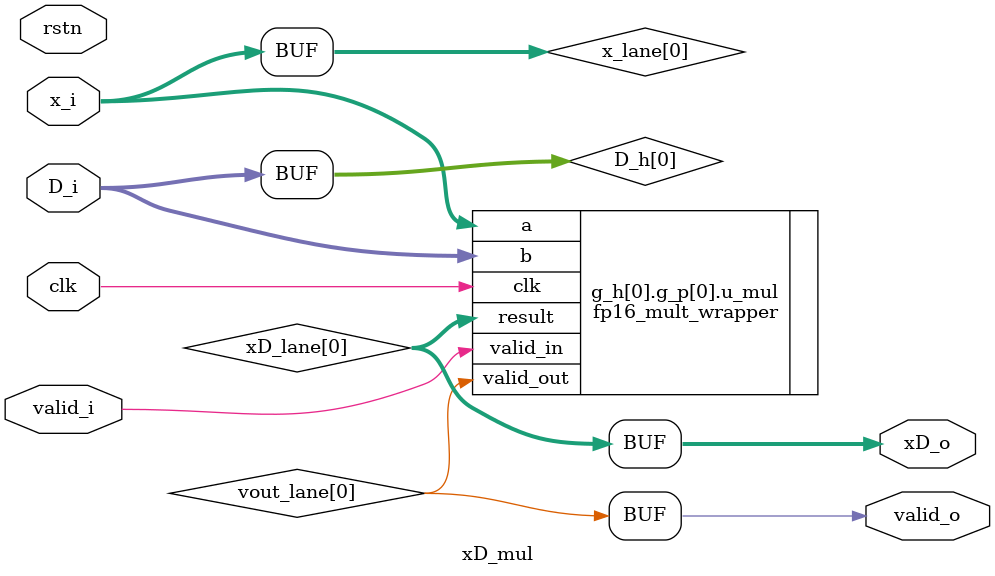
<source format=v>
module xD_mul #(
  parameter integer DW      = 16,
  parameter integer H_TILE  = 1,
  parameter integer P_TILE  = 1,
  parameter integer M_LAT   = 6    // 참고용 (wrapper 내부 latency)
)(
  input  wire                          clk,
  input  wire                          rstn,
  input  wire                          valid_i,
  // x: (h*p) packed vector
  input  wire [H_TILE*P_TILE*DW-1:0]   x_i,
  // D: (h) packed vector (브로드캐스트 대상)
  input  wire [H_TILE*DW-1:0]          D_i,
  // xD: (h*p) packed vector
  output wire [H_TILE*P_TILE*DW-1:0]   xD_o,
  output wire                          valid_o
);

  // ----- 슬라이스 배열 -----
  wire [DW-1:0] x_lane   [0:H_TILE*P_TILE-1];
  wire [DW-1:0] D_h      [0:H_TILE-1];
  wire [DW-1:0] xD_lane  [0:H_TILE*P_TILE-1];
  wire          vout_lane[0:H_TILE*P_TILE-1];

  genvar h, p;
  generate
    // D_i → D_h[h]
    for (h = 0; h < H_TILE; h = h + 1) begin : g_D_slice
      assign D_h[h] = D_i[DW*(h+1)-1 -: DW];
    end

    // (h,p)별 곱: x(h,p) * D(h)
    for (h = 0; h < H_TILE; h = h + 1) begin : g_h
      for (p = 0; p < P_TILE; p = p + 1) begin : g_p
        localparam integer IDX = h*P_TILE + p;

        // x_i → x_lane[IDX]
        assign x_lane[IDX] = x_i[DW*(IDX+1)-1 -: DW];

        // FP16 multiplier 1개/lane
        fp16_mult_wrapper u_mul (
          .clk       (clk),
          .valid_in  (valid_i),
          .a         (x_lane[IDX]),
          .b         (D_h[h]),        // 같은 h에 대해 모든 p에 브로드캐스트
          .result    (xD_lane[IDX]),
          .valid_out (vout_lane[IDX])
        );

        // xD_lane → xD_o
        assign xD_o[DW*(IDX+1)-1 -: DW] = xD_lane[IDX];
      end
    end
  endgenerate

  // 모든 lane이 동일 latency라고 가정 → AND 결합
  assign valid_o = vout_lane[0];  // &vout_lane;

`ifdef SIM
  // (옵션) 래인 valid 동기성 체크
  integer k;
  always @(posedge clk) if (rstn) begin
    for (k = 1; k < H_TILE*P_TILE; k = k + 1)
      if (vout_lane[k] !== vout_lane[0])
        $display("[%0t] WARN(xD_mul): lane valid mismatch: lane%0d=%b lane0=%b",
                 $time, k, vout_lane[k], vout_lane[0]);
  end
`endif

endmodule

</source>
